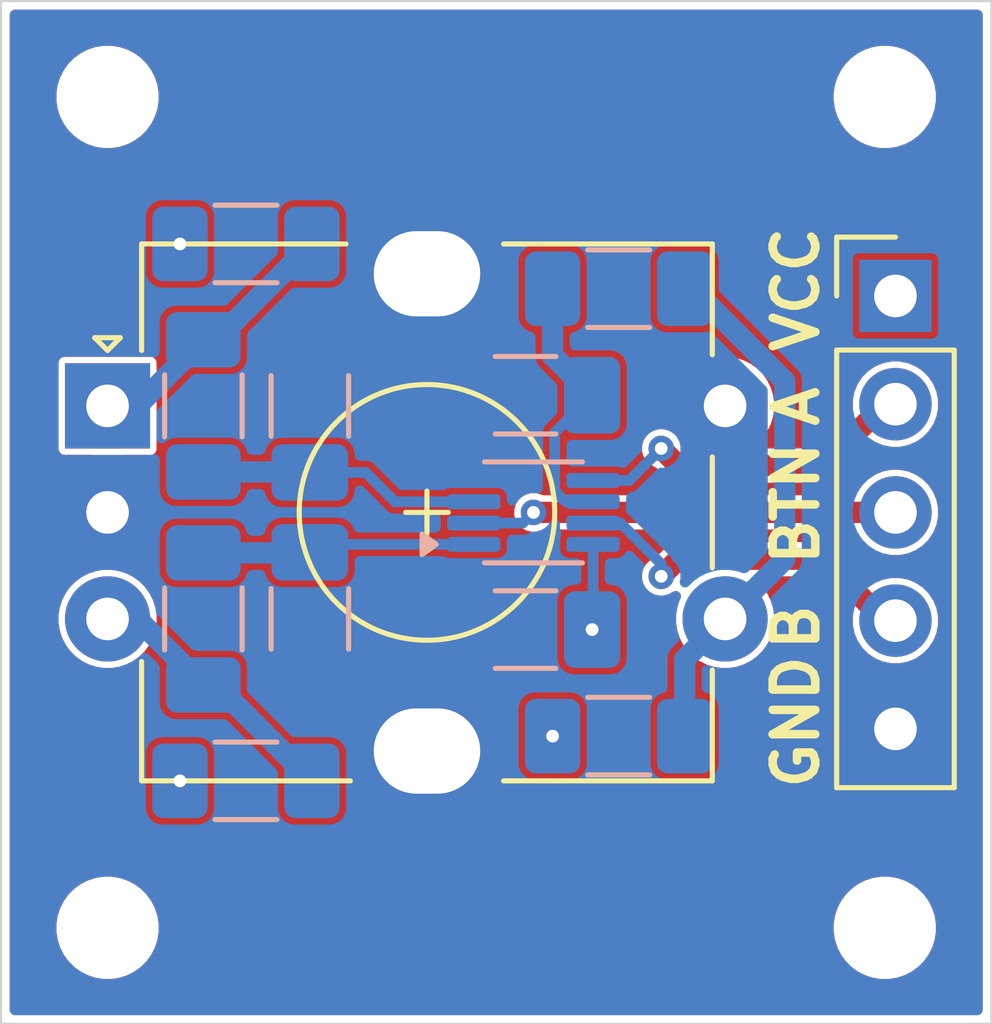
<source format=kicad_pcb>
(kicad_pcb (version 20241229) (generator "pcbnew") (generator_version "9.0")
  (layers (0 "F.Cu" signal) (2 "B.Cu" signal) (13 "F.Paste" user) (15 "B.Paste" user) (5 "F.SilkS" user "F.Silkscreen") (7 "B.SilkS" user "B.Silkscreen") (1 "F.Mask" user) (3 "B.Mask" user) (25 "Edge.Cuts" user))
  (net 0 "")
  (net 1 "GND")
  (net 2 "Net-(C1-Pad1)")
  (net 3 "Net-(C2-Pad1)")
  (net 4 "Net-(C3-Pad1)")
  (net 5 "VCC")
  (net 6 "/Debounced.BTN")
  (net 7 "/Debounced.A")
  (net 8 "/Debounced.B")
  (net 9 "/BTN")
  (net 10 "/A")
  (net 11 "/B")
  (footprint "MountingHole:MountingHole_2mm" (layer "F.Cu") (at 163.25 101.5)
    (property "Reference" "H1" (hide yes))
    (property "Value" "MountingHole" (hide yes))
    (pad "" np_thru_hole circle (at 0 0) (size 2 2) (drill 2) (layers "*.Cu" "*.Mask"))
  )
  (footprint "Rotary_Encoder:RotaryEncoder_Alps_EC12E-Switch_Vertical_H20mm" (layer "F.Cu") (at 145 108.75)
    (property "Reference" "SW1" (hide yes))
    (property "Value" "RotaryEncoder_Switch_MP" (hide yes))
    (fp_line (start -0.3 -1.6) (end 0.3 -1.6) (stroke (width 0.12)) (layer "F.SilkS"))
    (fp_line (start 0 -1.3) (end -0.3 -1.6) (stroke (width 0.12)) (layer "F.SilkS"))
    (fp_line (start 0.3 -1.6) (end 0 -1.3) (stroke (width 0.12)) (layer "F.SilkS"))
    (fp_line (start 0.8 -3.8) (end 0.8 -1.3) (stroke (width 0.12)) (layer "F.SilkS"))
    (fp_line (start 0.8 8.8) (end 0.8 6) (stroke (width 0.12)) (layer "F.SilkS"))
    (fp_line (start 5.6 -3.8) (end 0.8 -3.8) (stroke (width 0.12)) (layer "F.SilkS"))
    (fp_line (start 5.7 8.8) (end 0.8 8.8) (stroke (width 0.12)) (layer "F.SilkS"))
    (fp_line (start 7 2.5) (end 8 2.5) (stroke (width 0.12)) (layer "F.SilkS"))
    (fp_line (start 7.5 2) (end 7.5 3) (stroke (width 0.12)) (layer "F.SilkS"))
    (fp_line (start 9.3 -3.8) (end 14.2 -3.8) (stroke (width 0.12)) (layer "F.SilkS"))
    (fp_line (start 14.2 -3.8) (end 14.2 -1.2) (stroke (width 0.12)) (layer "F.SilkS"))
    (fp_line (start 14.2 1.2) (end 14.2 3.8) (stroke (width 0.12)) (layer "F.SilkS"))
    (fp_line (start 14.2 6.2) (end 14.2 8.8) (stroke (width 0.12)) (layer "F.SilkS"))
    (fp_line (start 14.2 8.8) (end 9.3 8.8) (stroke (width 0.12)) (layer "F.SilkS"))
    (fp_circle (center 7.5 2.5) (end 10.5 2.5) (stroke (width 0.12)) (fill no) (layer "F.SilkS"))
    (pad "A" thru_hole rect (at 0 0) (size 2 2) (drill 1) (layers "*.Cu" "*.Mask") (net 10 "/A"))
    (pad "B" thru_hole circle (at 0 5) (size 2 2) (drill 1) (layers "*.Cu" "*.Mask") (net 11 "/B"))
    (pad "C" thru_hole circle (at 0 2.5) (size 2 2) (drill 1) (layers "*.Cu" "*.Mask") (net 1 "GND"))
    (pad "MP" thru_hole rect (at 7.5 -3.1) (size 3 2.5) (drill oval 2.5 2) (layers "*.Cu" "*.Mask") (net 1 "GND"))
    (pad "MP" thru_hole rect (at 7.5 8.1) (size 3 2.5) (drill oval 2.5 2) (layers "*.Cu" "*.Mask") (net 1 "GND"))
    (pad "S1" thru_hole circle (at 14.5 0) (size 2 2) (drill 1) (layers "*.Cu" "*.Mask") (net 1 "GND"))
    (pad "S2" thru_hole circle (at 14.5 5) (size 2 2) (drill 1) (layers "*.Cu" "*.Mask") (net 9 "/BTN"))
  )
  (footprint "MountingHole:MountingHole_2mm" (layer "F.Cu") (at 145 101.5)
    (property "Reference" "H4" (hide yes))
    (property "Value" "MountingHole" (hide yes))
    (pad "" np_thru_hole circle (at 0 0) (size 2 2) (drill 2) (layers "*.Cu" "*.Mask"))
  )
  (footprint "MountingHole:MountingHole_2mm" (layer "F.Cu") (at 145 121)
    (property "Reference" "H3" (hide yes))
    (property "Value" "MountingHole" (hide yes))
    (pad "" np_thru_hole circle (at 0 0) (size 2 2) (drill 2) (layers "*.Cu" "*.Mask"))
  )
  (footprint "Connector_PinHeader_2.54mm:PinHeader_1x05_P2.54mm_Vertical" (layer "F.Cu") (at 163.5 106.17)
    (property "Reference" "J1" (hide yes))
    (property "Value" "Conn_01x05_Pin" (hide yes))
    (fp_line (start -1.38 -1.38) (end 0 -1.38) (stroke (width 0.12)) (layer "F.SilkS"))
    (fp_line (start -1.38 0) (end -1.38 -1.38) (stroke (width 0.12)) (layer "F.SilkS"))
    (fp_line (start -1.38 1.27) (end -1.38 11.54) (stroke (width 0.12)) (layer "F.SilkS"))
    (fp_line (start -1.38 1.27) (end 1.38 1.27) (stroke (width 0.12)) (layer "F.SilkS"))
    (fp_line (start -1.38 11.54) (end 1.38 11.54) (stroke (width 0.12)) (layer "F.SilkS"))
    (fp_line (start 1.38 1.27) (end 1.38 11.54) (stroke (width 0.12)) (layer "F.SilkS"))
    (pad "1" thru_hole rect (at 0 0) (size 1.7 1.7) (drill 1) (layers "*.Cu" "*.Mask") (net 5 "VCC"))
    (pad "2" thru_hole circle (at 0 2.54) (size 1.7 1.7) (drill 1) (layers "*.Cu" "*.Mask") (net 7 "/Debounced.A"))
    (pad "3" thru_hole circle (at 0 5.08) (size 1.7 1.7) (drill 1) (layers "*.Cu" "*.Mask") (net 6 "/Debounced.BTN"))
    (pad "4" thru_hole circle (at 0 7.62) (size 1.7 1.7) (drill 1) (layers "*.Cu" "*.Mask") (net 8 "/Debounced.B"))
    (pad "5" thru_hole circle (at 0 10.16) (size 1.7 1.7) (drill 1) (layers "*.Cu" "*.Mask") (net 1 "GND"))
  )
  (footprint "MountingHole:MountingHole_2mm" (layer "F.Cu") (at 163.25 121)
    (property "Reference" "H2" (hide yes))
    (property "Value" "MountingHole" (hide yes))
    (pad "" np_thru_hole circle (at 0 0) (size 2 2) (drill 2) (layers "*.Cu" "*.Mask"))
  )
  (footprint "Capacitor_SMD:C_1206_3216Metric_Pad1.33x1.80mm_HandSolder" (layer "B.Cu") (at 154.815 108.5 180)
    (property "Reference" "C1" (hide yes))
    (property "Value" "100n" (hide yes))
    (fp_line (start -0.711252 0.91) (end 0.711252 0.91) (stroke (width 0.12)) (layer "B.SilkS"))
    (fp_line (start -0.711252 -0.91) (end 0.711252 -0.91) (stroke (width 0.12)) (layer "B.SilkS"))
    (pad "1" smd roundrect (at -1.5625 0 180) (size 1.325 1.8) (layers "B.Cu" "B.Mask" "B.Paste") (roundrect_rratio 0.188679) (net 2 "Net-(C1-Pad1)"))
    (pad "2" smd roundrect (at 1.5625 0 180) (size 1.325 1.8) (layers "B.Cu" "B.Mask" "B.Paste") (roundrect_rratio 0.188679) (net 1 "GND"))
  )
  (footprint "Capacitor_SMD:C_1206_3216Metric_Pad1.33x1.80mm_HandSolder" (layer "B.Cu") (at 149.75 108.75 90)
    (property "Reference" "C2" (hide yes))
    (property "Value" "100n" (hide yes))
    (fp_line (start -0.711252 -0.91) (end 0.711252 -0.91) (stroke (width 0.12)) (layer "B.SilkS"))
    (fp_line (start -0.711252 0.91) (end 0.711252 0.91) (stroke (width 0.12)) (layer "B.SilkS"))
    (pad "1" smd roundrect (at -1.5625 0 90) (size 1.325 1.8) (layers "B.Cu" "B.Mask" "B.Paste") (roundrect_rratio 0.188679) (net 3 "Net-(C2-Pad1)"))
    (pad "2" smd roundrect (at 1.5625 0 90) (size 1.325 1.8) (layers "B.Cu" "B.Mask" "B.Paste") (roundrect_rratio 0.188679) (net 1 "GND"))
  )
  (footprint "Capacitor_SMD:C_1206_3216Metric_Pad1.33x1.80mm_HandSolder" (layer "B.Cu") (at 154.815 114 180)
    (property "Reference" "C4" (hide yes))
    (property "Value" "100n" (hide yes))
    (fp_line (start -0.711252 0.91) (end 0.711252 0.91) (stroke (width 0.12)) (layer "B.SilkS"))
    (fp_line (start -0.711252 -0.91) (end 0.711252 -0.91) (stroke (width 0.12)) (layer "B.SilkS"))
    (pad "1" smd roundrect (at -1.5625 0 180) (size 1.325 1.8) (layers "B.Cu" "B.Mask" "B.Paste") (roundrect_rratio 0.188679) (net 5 "VCC"))
    (pad "2" smd roundrect (at 1.5625 0 180) (size 1.325 1.8) (layers "B.Cu" "B.Mask" "B.Paste") (roundrect_rratio 0.188679) (net 1 "GND"))
  )
  (footprint "Package_SO:VSSOP-8_2.3x2mm_P0.5mm" (layer "B.Cu") (at 155 111.25)
    (property "Reference" "U1" (hide yes))
    (property "Value" "74LVC3G14" (hide yes))
    (fp_line (start 0 -1.185) (end -1.15 -1.185) (stroke (width 0.12)) (layer "B.SilkS"))
    (fp_line (start 0 -1.185) (end 1.15 -1.185) (stroke (width 0.12)) (layer "B.SilkS"))
    (fp_line (start 0 1.185) (end -1.15 1.185) (stroke (width 0.12)) (layer "B.SilkS"))
    (fp_line (start 0 1.185) (end 1.15 1.185) (stroke (width 0.12)) (layer "B.SilkS"))
    (fp_poly (pts (xy -2.285 0.75) (xy -2.615 0.51) (xy -2.615 0.99)) (stroke (width 0.12)) (fill yes) (layer "B.SilkS"))
    (pad "1" smd roundrect (at -1.4 0.75) (size 1.25 0.35) (layers "B.Cu" "B.Mask" "B.Paste") (net 4 "Net-(C3-Pad1)"))
    (pad "2" smd roundrect (at -1.4 0.25) (size 1.25 0.35) (layers "B.Cu" "B.Mask" "B.Paste") (net 6 "/Debounced.BTN"))
    (pad "3" smd roundrect (at -1.4 -0.25) (size 1.25 0.35) (layers "B.Cu" "B.Mask" "B.Paste") (net 3 "Net-(C2-Pad1)"))
    (pad "4" smd roundrect (at -1.4 -0.75) (size 1.25 0.35) (layers "B.Cu" "B.Mask" "B.Paste") (net 1 "GND"))
    (pad "5" smd roundrect (at 1.4 -0.75) (size 1.25 0.35) (layers "B.Cu" "B.Mask" "B.Paste") (net 7 "/Debounced.A"))
    (pad "6" smd roundrect (at 1.4 -0.25) (size 1.25 0.35) (layers "B.Cu" "B.Mask" "B.Paste") (net 2 "Net-(C1-Pad1)"))
    (pad "7" smd roundrect (at 1.4 0.25) (size 1.25 0.35) (layers "B.Cu" "B.Mask" "B.Paste") (net 8 "/Debounced.B"))
    (pad "8" smd roundrect (at 1.4 0.75) (size 1.25 0.35) (layers "B.Cu" "B.Mask" "B.Paste") (net 5 "VCC"))
  )
  (footprint "Resistor_SMD:R_1206_3216Metric_Pad1.30x1.75mm_HandSolder" (layer "B.Cu") (at 148.25 117.55)
    (property "Reference" "R6" (hide yes))
    (property "Value" "10k" (hide yes))
    (fp_line (start -0.727064 -0.91) (end 0.727064 -0.91) (stroke (width 0.12)) (layer "B.SilkS"))
    (fp_line (start -0.727064 0.91) (end 0.727064 0.91) (stroke (width 0.12)) (layer "B.SilkS"))
    (pad "1" smd roundrect (at -1.55 0) (size 1.3 1.75) (layers "B.Cu" "B.Mask" "B.Paste") (roundrect_rratio 0.192308) (net 5 "VCC"))
    (pad "2" smd roundrect (at 1.55 0) (size 1.3 1.75) (layers "B.Cu" "B.Mask" "B.Paste") (roundrect_rratio 0.192308) (net 11 "/B"))
  )
  (footprint "Resistor_SMD:R_1206_3216Metric_Pad1.30x1.75mm_HandSolder" (layer "B.Cu") (at 148.25 104.95)
    (property "Reference" "R4" (hide yes))
    (property "Value" "10k" (hide yes))
    (fp_line (start -0.727064 -0.91) (end 0.727064 -0.91) (stroke (width 0.12)) (layer "B.SilkS"))
    (fp_line (start -0.727064 0.91) (end 0.727064 0.91) (stroke (width 0.12)) (layer "B.SilkS"))
    (pad "1" smd roundrect (at -1.55 0) (size 1.3 1.75) (layers "B.Cu" "B.Mask" "B.Paste") (roundrect_rratio 0.192308) (net 5 "VCC"))
    (pad "2" smd roundrect (at 1.55 0) (size 1.3 1.75) (layers "B.Cu" "B.Mask" "B.Paste") (roundrect_rratio 0.192308) (net 10 "/A"))
  )
  (footprint "Resistor_SMD:R_1206_3216Metric_Pad1.30x1.75mm_HandSolder" (layer "B.Cu") (at 147.25 108.75 -90)
    (property "Reference" "R3" (hide yes))
    (property "Value" "10k" (hide yes))
    (fp_line (start -0.727064 0.91) (end 0.727064 0.91) (stroke (width 0.12)) (layer "B.SilkS"))
    (fp_line (start -0.727064 -0.91) (end 0.727064 -0.91) (stroke (width 0.12)) (layer "B.SilkS"))
    (pad "1" smd roundrect (at -1.55 0 270) (size 1.3 1.75) (layers "B.Cu" "B.Mask" "B.Paste") (roundrect_rratio 0.192308) (net 10 "/A"))
    (pad "2" smd roundrect (at 1.55 0 270) (size 1.3 1.75) (layers "B.Cu" "B.Mask" "B.Paste") (roundrect_rratio 0.192308) (net 3 "Net-(C2-Pad1)"))
  )
  (footprint "Resistor_SMD:R_1206_3216Metric_Pad1.30x1.75mm_HandSolder" (layer "B.Cu") (at 147.25 113.75 -90)
    (property "Reference" "R5" (hide yes))
    (property "Value" "10k" (hide yes))
    (fp_line (start -0.727064 0.91) (end 0.727064 0.91) (stroke (width 0.12)) (layer "B.SilkS"))
    (fp_line (start -0.727064 -0.91) (end 0.727064 -0.91) (stroke (width 0.12)) (layer "B.SilkS"))
    (pad "1" smd roundrect (at -1.55 0 270) (size 1.3 1.75) (layers "B.Cu" "B.Mask" "B.Paste") (roundrect_rratio 0.192308) (net 4 "Net-(C3-Pad1)"))
    (pad "2" smd roundrect (at 1.55 0 270) (size 1.3 1.75) (layers "B.Cu" "B.Mask" "B.Paste") (roundrect_rratio 0.192308) (net 11 "/B"))
  )
  (footprint "Capacitor_SMD:C_1206_3216Metric_Pad1.33x1.80mm_HandSolder" (layer "B.Cu") (at 149.75 113.75 -90)
    (property "Reference" "C3" (hide yes))
    (property "Value" "100n" (hide yes))
    (fp_line (start -0.711252 0.91) (end 0.711252 0.91) (stroke (width 0.12)) (layer "B.SilkS"))
    (fp_line (start -0.711252 -0.91) (end 0.711252 -0.91) (stroke (width 0.12)) (layer "B.SilkS"))
    (pad "1" smd roundrect (at -1.5625 0 270) (size 1.325 1.8) (layers "B.Cu" "B.Mask" "B.Paste") (roundrect_rratio 0.188679) (net 4 "Net-(C3-Pad1)"))
    (pad "2" smd roundrect (at 1.5625 0 270) (size 1.325 1.8) (layers "B.Cu" "B.Mask" "B.Paste") (roundrect_rratio 0.188679) (net 1 "GND"))
  )
  (footprint "Resistor_SMD:R_1206_3216Metric_Pad1.30x1.75mm_HandSolder" (layer "B.Cu") (at 157 106 180)
    (property "Reference" "R2" (hide yes))
    (property "Value" "10k" (hide yes))
    (fp_line (start -0.727064 0.91) (end 0.727064 0.91) (stroke (width 0.12)) (layer "B.SilkS"))
    (fp_line (start -0.727064 -0.91) (end 0.727064 -0.91) (stroke (width 0.12)) (layer "B.SilkS"))
    (pad "1" smd roundrect (at -1.55 0 180) (size 1.3 1.75) (layers "B.Cu" "B.Mask" "B.Paste") (roundrect_rratio 0.192308) (net 9 "/BTN"))
    (pad "2" smd roundrect (at 1.55 0 180) (size 1.3 1.75) (layers "B.Cu" "B.Mask" "B.Paste") (roundrect_rratio 0.192308) (net 2 "Net-(C1-Pad1)"))
  )
  (footprint "Resistor_SMD:R_1206_3216Metric_Pad1.30x1.75mm_HandSolder" (layer "B.Cu") (at 157 116.5)
    (property "Reference" "R1" (hide yes))
    (property "Value" "10k" (hide yes))
    (fp_line (start -0.727064 -0.91) (end 0.727064 -0.91) (stroke (width 0.12)) (layer "B.SilkS"))
    (fp_line (start -0.727064 0.91) (end 0.727064 0.91) (stroke (width 0.12)) (layer "B.SilkS"))
    (pad "1" smd roundrect (at -1.55 0) (size 1.3 1.75) (layers "B.Cu" "B.Mask" "B.Paste") (roundrect_rratio 0.192308) (net 5 "VCC"))
    (pad "2" smd roundrect (at 1.55 0) (size 1.3 1.75) (layers "B.Cu" "B.Mask" "B.Paste") (roundrect_rratio 0.192308) (net 9 "/BTN"))
  )
  (gr_rect (start 142.5 99.25) (end 165.75 123.25) (stroke (width 0.05)) (fill no) (layer "Edge.Cuts"))
  (gr_text "BTN" (at 161.75 112.575 90) (layer "F.SilkS") (effects (font (size 1 1) (thickness 0.2) (bold yes)) (justify left bottom)))
  (gr_text "A" (at 161.75 109.325 90) (layer "F.SilkS") (effects (font (size 1 1) (thickness 0.2) (bold yes)) (justify left bottom)))
  (gr_text "B" (at 161.75 114.575 90) (layer "F.SilkS") (effects (font (size 1 1) (thickness 0.2) (bold yes)) (justify left bottom)))
  (gr_text "GND" (at 161.75 117.825 90) (layer "F.SilkS") (effects (font (size 1 1) (thickness 0.2) (bold yes)) (justify left bottom)))
  (gr_text "VCC" (at 161.75 107.575 90) (layer "F.SilkS") (effects (font (size 1 1) (thickness 0.2) (bold yes)) (justify left bottom)))
  (segment (start 155.499 109.3785) (end 156.3775 108.5) (width 0.25) (layer "B.Cu") (net 2))
  (segment (start 155.758508 111) (end 155.499 110.740492) (width 0.25) (layer "B.Cu") (net 2))
  (segment (start 155.499 110.740492) (end 155.499 109.3785) (width 0.25) (layer "B.Cu") (net 2))
  (segment (start 155.45 106) (end 155.45 107.5725) (width 0.5) (layer "B.Cu") (net 2))
  (segment (start 155.45 107.5725) (end 156.3775 108.5) (width 0.5) (layer "B.Cu") (net 2))
  (segment (start 156.4 111) (end 155.758508 111) (width 0.25) (layer "B.Cu") (net 2))
  (segment (start 149.7375 110.3) (end 149.75 110.3125) (width 0.5) (layer "B.Cu") (net 3))
  (segment (start 147.25 110.3) (end 149.7375 110.3) (width 0.5) (layer "B.Cu") (net 3))
  (segment (start 151.0625 110.3125) (end 149.75 110.3125) (width 0.25) (layer "B.Cu") (net 3))
  (segment (start 153.6 111) (end 151.75 111) (width 0.25) (layer "B.Cu") (net 3))
  (segment (start 151.75 111) (end 151.0625 110.3125) (width 0.25) (layer "B.Cu") (net 3))
  (segment (start 149.9375 112) (end 149.75 112.1875) (width 0.25) (layer "B.Cu") (net 4))
  (segment (start 153.6 112) (end 149.9375 112) (width 0.25) (layer "B.Cu") (net 4))
  (segment (start 147.25 112.2) (end 149.7375 112.2) (width 0.5) (layer "B.Cu") (net 4))
  (segment (start 149.7375 112.2) (end 149.75 112.1875) (width 0.5) (layer "B.Cu") (net 4))
  (via (at 156.3775 114) (size 0.6) (drill 0.3) (layers "F.Cu" "B.Cu") (net 5))
  (via (at 146.7 117.55) (size 0.6) (drill 0.3) (layers "F.Cu" "B.Cu") (net 5))
  (via (at 146.7 104.95) (size 0.6) (drill 0.3) (layers "F.Cu" "B.Cu") (net 5))
  (via (at 155.45 116.5) (size 0.6) (drill 0.3) (layers "F.Cu" "B.Cu") (net 5))
  (segment (start 156.4 113.9775) (end 156.3775 114) (width 0.25) (layer "B.Cu") (net 5))
  (segment (start 156.4 112) (end 156.4 113.9775) (width 0.25) (layer "B.Cu") (net 5))
  (segment (start 163.25 111.25) (end 155 111.25) (width 0.5) (layer "F.Cu") (net 6))
  (via (at 155 111.25) (size 0.6) (drill 0.3) (layers "F.Cu" "B.Cu") (net 6))
  (segment (start 154.75 111.5) (end 155 111.25) (width 0.25) (layer "B.Cu") (net 6))
  (segment (start 153.6 111.5) (end 154.75 111.5) (width 0.25) (layer "B.Cu") (net 6))
  (segment (start 163.25 108.71) (end 161.809 110.151) (width 0.5) (layer "F.Cu") (net 7))
  (segment (start 161.809 110.151) (end 158.401 110.151) (width 0.5) (layer "F.Cu") (net 7))
  (segment (start 158.401 110.151) (end 158 109.75) (width 0.5) (layer "F.Cu") (net 7))
  (via (at 158 109.75) (size 0.6) (drill 0.3) (layers "F.Cu" "B.Cu") (net 7))
  (segment (start 157.25 110.5) (end 158 109.75) (width 0.25) (layer "B.Cu") (net 7))
  (segment (start 156.4 110.5) (end 157.25 110.5) (width 0.25) (layer "B.Cu") (net 7))
  (segment (start 161.809 112.349) (end 158.401 112.349) (width 0.5) (layer "F.Cu") (net 8))
  (segment (start 163.25 113.79) (end 161.809 112.349) (width 0.5) (layer "F.Cu") (net 8))
  (segment (start 158.401 112.349) (end 158 112.75) (width 0.5) (layer "F.Cu") (net 8))
  (via (at 158 112.75) (size 0.6) (drill 0.3) (layers "F.Cu" "B.Cu") (net 8))
  (segment (start 157.041492 111.5) (end 158 112.458508) (width 0.25) (layer "B.Cu") (net 8))
  (segment (start 158 112.458508) (end 158 112.75) (width 0.25) (layer "B.Cu") (net 8))
  (segment (start 156.4 111.5) (end 157.041492 111.5) (width 0.25) (layer "B.Cu") (net 8))
  (segment (start 158.55 114.7) (end 159.5 113.75) (width 0.5) (layer "B.Cu") (net 9))
  (segment (start 158.731314 106) (end 158.55 106) (width 0.5) (layer "B.Cu") (net 9))
  (segment (start 160.901 108.169686) (end 158.731314 106) (width 0.5) (layer "B.Cu") (net 9))
  (segment (start 160.901 112.349) (end 160.901 108.169686) (width 0.5) (layer "B.Cu") (net 9))
  (segment (start 158.55 116.5) (end 158.55 114.7) (width 0.5) (layer "B.Cu") (net 9))
  (segment (start 159.5 113.75) (end 160.901 112.349) (width 0.5) (layer "B.Cu") (net 9))
  (segment (start 145.7 108.75) (end 147.25 107.2) (width 0.5) (layer "B.Cu") (net 10))
  (segment (start 145 108.75) (end 145.7 108.75) (width 0.5) (layer "B.Cu") (net 10))
  (segment (start 147.25 107.2) (end 147.55 107.2) (width 0.5) (layer "B.Cu") (net 10))
  (segment (start 147.55 107.2) (end 149.8 104.95) (width 0.5) (layer "B.Cu") (net 10))
  (segment (start 145 113.75) (end 145.7 113.75) (width 0.5) (layer "B.Cu") (net 11))
  (segment (start 147.55 115.3) (end 149.8 117.55) (width 0.5) (layer "B.Cu") (net 11))
  (segment (start 145.7 113.75) (end 147.25 115.3) (width 0.5) (layer "B.Cu") (net 11))
  (segment (start 147.25 115.3) (end 147.55 115.3) (width 0.5) (layer "B.Cu") (net 11))
  (zone (net 5) (net_name "VCC") (layer "F.Cu") (name "VCC") (connect_pads yes (clearance 0.15)) (min_thickness 0.25) (fill yes (thermal_gap 0.5) (thermal_bridge_width 0.5))
    (polygon (pts (xy 142.5 99.25) (xy 165.75 99.25) (xy 165.75 123.25) (xy 142.5 123.25)))
  )
  (zone (net 1) (net_name "GND") (layer "B.Cu") (name "GND") (priority 1) (connect_pads yes (clearance 0.15)) (min_thickness 0.25) (fill yes (thermal_gap 0.5) (thermal_bridge_width 0.5))
    (polygon (pts (xy 142.5 99.25) (xy 165.75 99.25) (xy 165.75 123.25) (xy 142.5 123.25)))
  )
)
</source>
